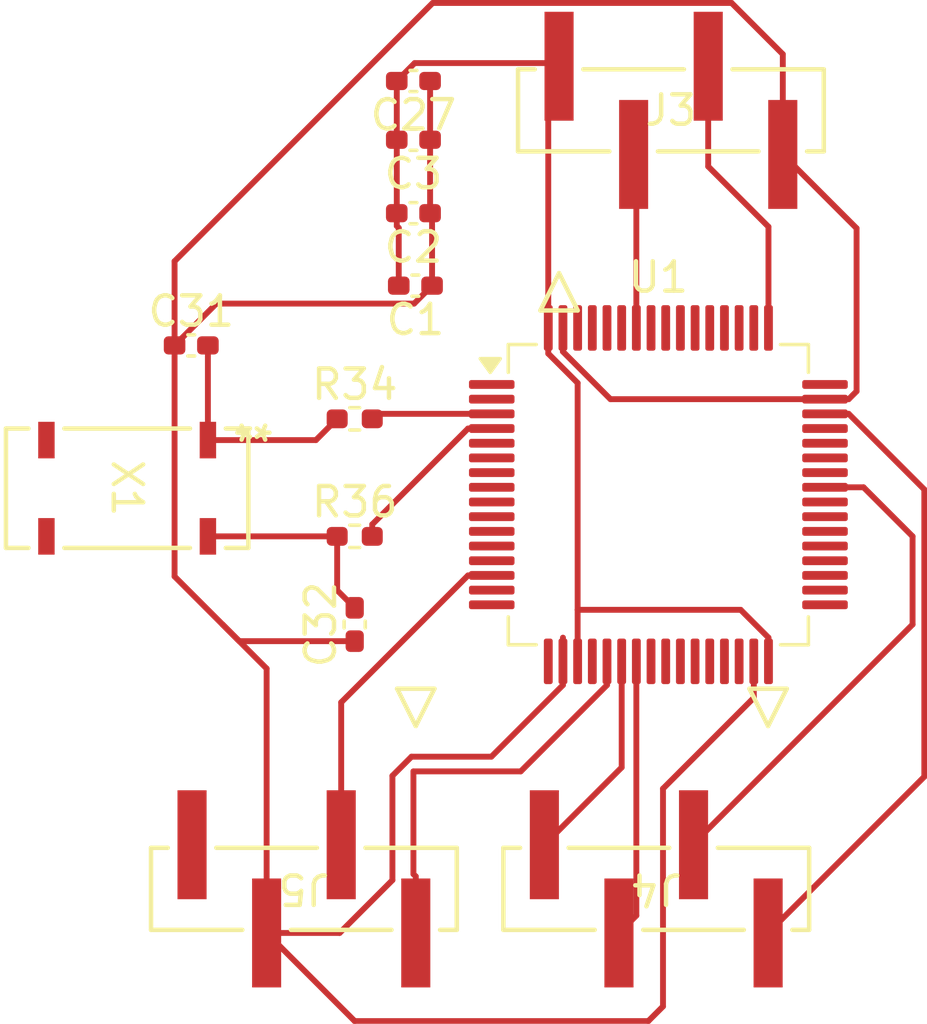
<source format=kicad_pcb>
(kicad_pcb (version 20240108) (generator "pcbnew") (generator_version "8.0")
  (layers (0 "F.Cu" signal) (31 "B.Cu" signal) (34 "B.Paste" user) (35 "F.Paste" user) (36 "B.SilkS" user "B.Silkscreen") (37 "F.SilkS" user "F.Silkscreen") (38 "B.Mask" user) (39 "F.Mask" user) (44 "Edge.Cuts" user))
  (net 0 "")
  (net 1 "GND")
  (net 2 "Net-(C31-Pad2)")
  (net 3 "Net-(C32-Pad2)")
  (net 4 "/GPIO_EXTIO")
  (net 5 "/SCK")
  (net 6 "/TX_TP")
  (net 7 "/MISO")
  (net 8 "/MOSI")
  (net 9 "/SWDIO")
  (net 10 "/SWCLK")
  (net 11 "/SPI1_NSS")
  (net 12 "Net-(U1-PC14)")
  (net 13 "Net-(U1-PC15)")
  (net 63 "/<NO NET>")
  (footprint "SMD Header:61000418221_WRE" (layer "F.Cu") (at 145.27 77.498601)
    (property "Reference" "J3" (at 0 0 0) (layer "F.SilkS"))
    (property "Value" "61000418221")
    (fp_line (start -5.207 -1.397) (end -5.207 1.397) (stroke (width 0.1524)) (layer "F.SilkS"))
    (fp_line (start -5.207 1.397) (end -2.09804 1.397) (stroke (width 0.1524)) (layer "F.SilkS"))
    (fp_line (start -4.63804 -1.397) (end -5.207 -1.397) (stroke (width 0.1524)) (layer "F.SilkS"))
    (fp_line (start -4.445 6.812539) (end -3.175 6.812539) (stroke (width 0.1524)) (layer "F.SilkS"))
    (fp_line (start -3.81 5.542539) (end -4.445 6.812539) (stroke (width 0.1524)) (layer "F.SilkS"))
    (fp_line (start -3.175 6.812539) (end -3.81 5.542539) (stroke (width 0.1524)) (layer "F.SilkS"))
    (fp_line (start -0.44196 1.397) (end 2.98196 1.397) (stroke (width 0.1524)) (layer "F.SilkS"))
    (fp_line (start 0.44196 -1.397) (end -2.98196 -1.397) (stroke (width 0.1524)) (layer "F.SilkS"))
    (fp_line (start 4.63804 1.397) (end 5.207 1.397) (stroke (width 0.1524)) (layer "F.SilkS"))
    (fp_line (start 5.207 -1.397) (end 2.09804 -1.397) (stroke (width 0.1524)) (layer "F.SilkS"))
    (fp_line (start 5.207 1.397) (end 5.207 -1.397) (stroke (width 0.1524)) (layer "F.SilkS"))
    (pad "1" smd rect (at -3.81 -1.501399) (size 0.9906 3.7084) (layers "F.Cu" "F.Paste" "F.Mask") (net 63 "/<NO NET>"))
    (pad "2" smd rect (at -1.27 1.501399) (size 0.9906 3.7084) (layers "F.Cu" "F.Paste" "F.Mask") (net 11 "/SPI1_NSS"))
    (pad "3" smd rect (at 1.27 -1.501399) (size 0.9906 3.7084) (layers "F.Cu" "F.Paste" "F.Mask") (net 10 "/SWCLK"))
    (pad "4" smd rect (at 3.81 1.501399) (size 0.9906 3.7084) (layers "F.Cu" "F.Paste" "F.Mask") (net 1 "GND"))
  )
  (footprint "Capacitor_SMD:C_0402_1005Metric_Pad0.74x0.62mm_HandSolder" (layer "F.Cu") (at 136.5 76.5 180)
    (property "Reference" "C27" (at 0 -1.16 180) (layer "F.SilkS"))
    (property "Value" "100n")
    (fp_line (start -0.115835 0.36) (end 0.115835 0.36) (stroke (width 0.12)) (layer "F.SilkS"))
    (fp_line (start -0.115835 -0.36) (end 0.115835 -0.36) (stroke (width 0.12)) (layer "F.SilkS"))
    (pad "1" smd roundrect (at -0.5675 0 180) (size 0.735 0.62) (layers "F.Cu" "F.Paste" "F.Mask") (net 1 "GND"))
    (pad "2" smd roundrect (at 0.5675 0 180) (size 0.735 0.62) (layers "F.Cu" "F.Paste" "F.Mask") (net 63 "/<NO NET>"))
  )
  (footprint "Resistor_SMD:R_0402_1005Metric_Pad0.72x0.64mm_HandSolder" (layer "F.Cu") (at 134.5 92)
    (property "Reference" "R36" (at 0 -1.17 0) (layer "F.SilkS"))
    (property "Value" "0")
    (fp_line (start -0.167621 -0.38) (end 0.167621 -0.38) (stroke (width 0.12)) (layer "F.SilkS"))
    (fp_line (start -0.167621 0.38) (end 0.167621 0.38) (stroke (width 0.12)) (layer "F.SilkS"))
    (pad "1" smd roundrect (at -0.5975 0) (size 0.715 0.64) (layers "F.Cu" "F.Paste" "F.Mask") (net 3 "Net-(C32-Pad2)"))
    (pad "2" smd roundrect (at 0.5975 0) (size 0.715 0.64) (layers "F.Cu" "F.Paste" "F.Mask") (net 13 "Net-(U1-PC15)"))
  )
  (footprint "SMD Header:61000418221_WRE" (layer "F.Cu") (at 132.77 103.998601 180)
    (property "Reference" "J5" (at 0 0 180) (layer "F.SilkS"))
    (property "Value" "61000418221")
    (fp_line (start 5.207 1.397) (end 5.207 -1.397) (stroke (width 0.1524)) (layer "F.SilkS"))
    (fp_line (start 5.207 -1.397) (end 2.09804 -1.397) (stroke (width 0.1524)) (layer "F.SilkS"))
    (fp_line (start 4.63804 1.397) (end 5.207 1.397) (stroke (width 0.1524)) (layer "F.SilkS"))
    (fp_line (start 0.44196 -1.397) (end -2.98196 -1.397) (stroke (width 0.1524)) (layer "F.SilkS"))
    (fp_line (start -0.44196 1.397) (end 2.98196 1.397) (stroke (width 0.1524)) (layer "F.SilkS"))
    (fp_line (start -3.175 6.812539) (end -3.81 5.542539) (stroke (width 0.1524)) (layer "F.SilkS"))
    (fp_line (start -3.81 5.542539) (end -4.445 6.812539) (stroke (width 0.1524)) (layer "F.SilkS"))
    (fp_line (start -4.445 6.812539) (end -3.175 6.812539) (stroke (width 0.1524)) (layer "F.SilkS"))
    (fp_line (start -4.63804 -1.397) (end -5.207 -1.397) (stroke (width 0.1524)) (layer "F.SilkS"))
    (fp_line (start -5.207 1.397) (end -2.09804 1.397) (stroke (width 0.1524)) (layer "F.SilkS"))
    (fp_line (start -5.207 -1.397) (end -5.207 1.397) (stroke (width 0.1524)) (layer "F.SilkS"))
    (pad "1" smd rect (at -3.81 -1.501399 180) (size 0.9906 3.7084) (layers "F.Cu" "F.Paste" "F.Mask") (net 5 "/SCK"))
    (pad "2" smd rect (at -1.27 1.501399 180) (size 0.9906 3.7084) (layers "F.Cu" "F.Paste" "F.Mask") (net 4 "/GPIO_EXTIO"))
    (pad "3" smd rect (at 1.27 -1.501399 180) (size 0.9906 3.7084) (layers "F.Cu" "F.Paste" "F.Mask") (net 1 "GND"))
    (pad "4" smd rect (at 3.81 1.501399 180) (size 0.9906 3.7084) (layers "F.Cu" "F.Paste" "F.Mask"))
  )
  (footprint "Capacitor_SMD:C_0402_1005Metric_Pad0.74x0.62mm_HandSolder" (layer "F.Cu") (at 128.9325 85.5)
    (property "Reference" "C31" (at 0 -1.16 0) (layer "F.SilkS"))
    (property "Value" "4.3p")
    (fp_line (start -0.115835 -0.36) (end 0.115835 -0.36) (stroke (width 0.12)) (layer "F.SilkS"))
    (fp_line (start -0.115835 0.36) (end 0.115835 0.36) (stroke (width 0.12)) (layer "F.SilkS"))
    (pad "1" smd roundrect (at -0.5675 0) (size 0.735 0.62) (layers "F.Cu" "F.Paste" "F.Mask") (net 1 "GND"))
    (pad "2" smd roundrect (at 0.5675 0) (size 0.735 0.62) (layers "F.Cu" "F.Paste" "F.Mask") (net 2 "Net-(C31-Pad2)"))
  )
  (footprint "Capacitor_SMD:C_0402_1005Metric_Pad0.74x0.62mm_HandSolder" (layer "F.Cu") (at 136.5 81 180)
    (property "Reference" "C2" (at 0 -1.16 180) (layer "F.SilkS"))
    (property "Value" "100n")
    (fp_line (start -0.115835 0.36) (end 0.115835 0.36) (stroke (width 0.12)) (layer "F.SilkS"))
    (fp_line (start -0.115835 -0.36) (end 0.115835 -0.36) (stroke (width 0.12)) (layer "F.SilkS"))
    (pad "1" smd roundrect (at -0.5675 0 180) (size 0.735 0.62) (layers "F.Cu" "F.Paste" "F.Mask") (net 1 "GND"))
    (pad "2" smd roundrect (at 0.5675 0 180) (size 0.735 0.62) (layers "F.Cu" "F.Paste" "F.Mask") (net 63 "/<NO NET>"))
  )
  (footprint "Capacitor_SMD:C_0402_1005Metric_Pad0.74x0.62mm_HandSolder" (layer "F.Cu") (at 136.5 78.5 180)
    (property "Reference" "C3" (at 0 -1.16 180) (layer "F.SilkS"))
    (property "Value" "100n")
    (fp_line (start -0.115835 0.36) (end 0.115835 0.36) (stroke (width 0.12)) (layer "F.SilkS"))
    (fp_line (start -0.115835 -0.36) (end 0.115835 -0.36) (stroke (width 0.12)) (layer "F.SilkS"))
    (pad "1" smd roundrect (at -0.5675 0 180) (size 0.735 0.62) (layers "F.Cu" "F.Paste" "F.Mask") (net 1 "GND"))
    (pad "2" smd roundrect (at 0.5675 0 180) (size 0.735 0.62) (layers "F.Cu" "F.Paste" "F.Mask") (net 63 "/<NO NET>"))
  )
  (footprint "Package_QFP:LQFP-64_10x10mm_P0.5mm" (layer "F.Cu") (at 144.8425 90.58)
    (property "Reference" "U1" (at 0 -7.4 0) (layer "F.SilkS"))
    (property "Value" "STM32L476RGTx")
    (fp_line (start -5.11 -5.11) (end -5.11 -4.16) (stroke (width 0.12)) (layer "F.SilkS"))
    (fp_line (start -5.11 5.11) (end -5.11 4.16) (stroke (width 0.12)) (layer "F.SilkS"))
    (fp_line (start -4.16 -5.11) (end -5.11 -5.11) (stroke (width 0.12)) (layer "F.SilkS"))
    (fp_line (start -4.16 5.11) (end -5.11 5.11) (stroke (width 0.12)) (layer "F.SilkS"))
    (fp_line (start 4.16 -5.11) (end 5.11 -5.11) (stroke (width 0.12)) (layer "F.SilkS"))
    (fp_line (start 4.16 5.11) (end 5.11 5.11) (stroke (width 0.12)) (layer "F.SilkS"))
    (fp_line (start 5.11 -5.11) (end 5.11 -4.16) (stroke (width 0.12)) (layer "F.SilkS"))
    (fp_line (start 5.11 5.11) (end 5.11 4.16) (stroke (width 0.12)) (layer "F.SilkS"))
    (fp_poly (pts (xy -5.725 -4.16) (xy -6.065 -4.63) (xy -5.385 -4.63) (xy -5.725 -4.16)) (stroke (width 0.12)) (fill solid) (layer "F.SilkS"))
    (pad "1" smd roundrect (at -5.675 -3.75) (size 1.55 0.3) (layers "F.Cu" "F.Paste" "F.Mask"))
    (pad "2" smd roundrect (at -5.675 -3.25) (size 1.55 0.3) (layers "F.Cu" "F.Paste" "F.Mask"))
    (pad "3" smd roundrect (at -5.675 -2.75) (size 1.55 0.3) (layers "F.Cu" "F.Paste" "F.Mask") (net 12 "Net-(U1-PC14)"))
    (pad "4" smd roundrect (at -5.675 -2.25) (size 1.55 0.3) (layers "F.Cu" "F.Paste" "F.Mask") (net 13 "Net-(U1-PC15)"))
    (pad "5" smd roundrect (at -5.675 -1.75) (size 1.55 0.3) (layers "F.Cu" "F.Paste" "F.Mask"))
    (pad "6" smd roundrect (at -5.675 -1.25) (size 1.55 0.3) (layers "F.Cu" "F.Paste" "F.Mask"))
    (pad "7" smd roundrect (at -5.675 -0.75) (size 1.55 0.3) (layers "F.Cu" "F.Paste" "F.Mask"))
    (pad "8" smd roundrect (at -5.675 -0.25) (size 1.55 0.3) (layers "F.Cu" "F.Paste" "F.Mask"))
    (pad "9" smd roundrect (at -5.675 0.25) (size 1.55 0.3) (layers "F.Cu" "F.Paste" "F.Mask"))
    (pad "10" smd roundrect (at -5.675 0.75) (size 1.55 0.3) (layers "F.Cu" "F.Paste" "F.Mask"))
    (pad "11" smd roundrect (at -5.675 1.25) (size 1.55 0.3) (layers "F.Cu" "F.Paste" "F.Mask"))
    (pad "12" smd roundrect (at -5.675 1.75) (size 1.55 0.3) (layers "F.Cu" "F.Paste" "F.Mask"))
    (pad "13" smd roundrect (at -5.675 2.25) (size 1.55 0.3) (layers "F.Cu" "F.Paste" "F.Mask"))
    (pad "14" smd roundrect (at -5.675 2.75) (size 1.55 0.3) (layers "F.Cu" "F.Paste" "F.Mask") (net 4 "/GPIO_EXTIO"))
    (pad "15" smd roundrect (at -5.675 3.25) (size 1.55 0.3) (layers "F.Cu" "F.Paste" "F.Mask"))
    (pad "16" smd roundrect (at -5.675 3.75) (size 1.55 0.3) (layers "F.Cu" "F.Paste" "F.Mask"))
    (pad "17" smd roundrect (at -3.75 5.675) (size 0.3 1.55) (layers "F.Cu" "F.Paste" "F.Mask"))
    (pad "18" smd roundrect (at -3.25 5.675) (size 0.3 1.55) (layers "F.Cu" "F.Paste" "F.Mask") (net 1 "GND"))
    (pad "19" smd roundrect (at -2.75 5.675) (size 0.3 1.55) (layers "F.Cu" "F.Paste" "F.Mask") (net 63 "/<NO NET>"))
    (pad "20" smd roundrect (at -2.25 5.675) (size 0.3 1.55) (layers "F.Cu" "F.Paste" "F.Mask"))
    (pad "21" smd roundrect (at -1.75 5.675) (size 0.3 1.55) (layers "F.Cu" "F.Paste" "F.Mask") (net 5 "/SCK"))
    (pad "22" smd roundrect (at -1.25 5.675) (size 0.3 1.55) (layers "F.Cu" "F.Paste" "F.Mask") (net 7 "/MISO"))
    (pad "23" smd roundrect (at -0.75 5.675) (size 0.3 1.55) (layers "F.Cu" "F.Paste" "F.Mask") (net 8 "/MOSI"))
    (pad "24" smd roundrect (at -0.25 5.675) (size 0.3 1.55) (layers "F.Cu" "F.Paste" "F.Mask"))
    (pad "25" smd roundrect (at 0.25 5.675) (size 0.3 1.55) (layers "F.Cu" "F.Paste" "F.Mask"))
    (pad "26" smd roundrect (at 0.75 5.675) (size 0.3 1.55) (layers "F.Cu" "F.Paste" "F.Mask"))
    (pad "27" smd roundrect (at 1.25 5.675) (size 0.3 1.55) (layers "F.Cu" "F.Paste" "F.Mask"))
    (pad "28" smd roundrect (at 1.75 5.675) (size 0.3 1.55) (layers "F.Cu" "F.Paste" "F.Mask"))
    (pad "29" smd roundrect (at 2.25 5.675) (size 0.3 1.55) (layers "F.Cu" "F.Paste" "F.Mask"))
    (pad "30" smd roundrect (at 2.75 5.675) (size 0.3 1.55) (layers "F.Cu" "F.Paste" "F.Mask"))
    (pad "31" smd roundrect (at 3.25 5.675) (size 0.3 1.55) (layers "F.Cu" "F.Paste" "F.Mask") (net 1 "GND"))
    (pad "32" smd roundrect (at 3.75 5.675) (size 0.3 1.55) (layers "F.Cu" "F.Paste" "F.Mask") (net 63 "/<NO NET>"))
    (pad "33" smd roundrect (at 5.675 3.75) (size 1.55 0.3) (layers "F.Cu" "F.Paste" "F.Mask"))
    (pad "34" smd roundrect (at 5.675 3.25) (size 1.55 0.3) (layers "F.Cu" "F.Paste" "F.Mask"))
    (pad "35" smd roundrect (at 5.675 2.75) (size 1.55 0.3) (layers "F.Cu" "F.Paste" "F.Mask"))
    (pad "36" smd roundrect (at 5.675 2.25) (size 1.55 0.3) (layers "F.Cu" "F.Paste" "F.Mask"))
    (pad "37" smd roundrect (at 5.675 1.75) (size 1.55 0.3) (layers "F.Cu" "F.Paste" "F.Mask"))
    (pad "38" smd roundrect (at 5.675 1.25) (size 1.55 0.3) (layers "F.Cu" "F.Paste" "F.Mask"))
    (pad "39" smd roundrect (at 5.675 0.75) (size 1.55 0.3) (layers "F.Cu" "F.Paste" "F.Mask"))
    (pad "40" smd roundrect (at 5.675 0.25) (size 1.55 0.3) (layers "F.Cu" "F.Paste" "F.Mask"))
    (pad "41" smd roundrect (at 5.675 -0.25) (size 1.55 0.3) (layers "F.Cu" "F.Paste" "F.Mask") (net 6 "/TX_TP"))
    (pad "42" smd roundrect (at 5.675 -0.75) (size 1.55 0.3) (layers "F.Cu" "F.Paste" "F.Mask"))
    (pad "43" smd roundrect (at 5.675 -1.25) (size 1.55 0.3) (layers "F.Cu" "F.Paste" "F.Mask"))
    (pad "44" smd roundrect (at 5.675 -1.75) (size 1.55 0.3) (layers "F.Cu" "F.Paste" "F.Mask"))
    (pad "45" smd roundrect (at 5.675 -2.25) (size 1.55 0.3) (layers "F.Cu" "F.Paste" "F.Mask"))
    (pad "46" smd roundrect (at 5.675 -2.75) (size 1.55 0.3) (layers "F.Cu" "F.Paste" "F.Mask") (net 9 "/SWDIO"))
    (pad "47" smd roundrect (at 5.675 -3.25) (size 1.55 0.3) (layers "F.Cu" "F.Paste" "F.Mask") (net 1 "GND"))
    (pad "48" smd roundrect (at 5.675 -3.75) (size 1.55 0.3) (layers "F.Cu" "F.Paste" "F.Mask"))
    (pad "49" smd roundrect (at 3.75 -5.675) (size 0.3 1.55) (layers "F.Cu" "F.Paste" "F.Mask") (net 10 "/SWCLK"))
    (pad "50" smd roundrect (at 3.25 -5.675) (size 0.3 1.55) (layers "F.Cu" "F.Paste" "F.Mask"))
    (pad "51" smd roundrect (at 2.75 -5.675) (size 0.3 1.55) (layers "F.Cu" "F.Paste" "F.Mask"))
    (pad "52" smd roundrect (at 2.25 -5.675) (size 0.3 1.55) (layers "F.Cu" "F.Paste" "F.Mask"))
    (pad "53" smd roundrect (at 1.75 -5.675) (size 0.3 1.55) (layers "F.Cu" "F.Paste" "F.Mask"))
    (pad "54" smd roundrect (at 1.25 -5.675) (size 0.3 1.55) (layers "F.Cu" "F.Paste" "F.Mask"))
    (pad "55" smd roundrect (at 0.75 -5.675) (size 0.3 1.55) (layers "F.Cu" "F.Paste" "F.Mask"))
    (pad "56" smd roundrect (at 0.25 -5.675) (size 0.3 1.55) (layers "F.Cu" "F.Paste" "F.Mask"))
    (pad "57" smd roundrect (at -0.25 -5.675) (size 0.3 1.55) (layers "F.Cu" "F.Paste" "F.Mask"))
    (pad "58" smd roundrect (at -0.75 -5.675) (size 0.3 1.55) (layers "F.Cu" "F.Paste" "F.Mask") (net 11 "/SPI1_NSS"))
    (pad "59" smd roundrect (at -1.25 -5.675) (size 0.3 1.55) (layers "F.Cu" "F.Paste" "F.Mask"))
    (pad "60" smd roundrect (at -1.75 -5.675) (size 0.3 1.55) (layers "F.Cu" "F.Paste" "F.Mask"))
    (pad "61" smd roundrect (at -2.25 -5.675) (size 0.3 1.55) (layers "F.Cu" "F.Paste" "F.Mask"))
    (pad "62" smd roundrect (at -2.75 -5.675) (size 0.3 1.55) (layers "F.Cu" "F.Paste" "F.Mask"))
    (pad "63" smd roundrect (at -3.25 -5.675) (size 0.3 1.55) (layers "F.Cu" "F.Paste" "F.Mask") (net 1 "GND"))
    (pad "64" smd roundrect (at -3.75 -5.675) (size 0.3 1.55) (layers "F.Cu" "F.Paste" "F.Mask") (net 63 "/<NO NET>"))
  )
  (footprint "Resistor_SMD:R_0402_1005Metric_Pad0.72x0.64mm_HandSolder" (layer "F.Cu") (at 134.5 88)
    (property "Reference" "R34" (at 0 -1.17 0) (layer "F.SilkS"))
    (property "Value" "0")
    (fp_line (start -0.167621 -0.38) (end 0.167621 -0.38) (stroke (width 0.12)) (layer "F.SilkS"))
    (fp_line (start -0.167621 0.38) (end 0.167621 0.38) (stroke (width 0.12)) (layer "F.SilkS"))
    (pad "1" smd roundrect (at -0.5975 0) (size 0.715 0.64) (layers "F.Cu" "F.Paste" "F.Mask") (net 2 "Net-(C31-Pad2)"))
    (pad "2" smd roundrect (at 0.5975 0) (size 0.715 0.64) (layers "F.Cu" "F.Paste" "F.Mask") (net 12 "Net-(U1-PC14)"))
  )
  (footprint "SMD Header:61000418221_WRE" (layer "F.Cu") (at 144.77 103.998601 180)
    (property "Reference" "J4" (at 0 0 180) (layer "F.SilkS"))
    (property "Value" "61000418221")
    (fp_line (start 5.207 1.397) (end 5.207 -1.397) (stroke (width 0.1524)) (layer "F.SilkS"))
    (fp_line (start 5.207 -1.397) (end 2.09804 -1.397) (stroke (width 0.1524)) (layer "F.SilkS"))
    (fp_line (start 4.63804 1.397) (end 5.207 1.397) (stroke (width 0.1524)) (layer "F.SilkS"))
    (fp_line (start 0.44196 -1.397) (end -2.98196 -1.397) (stroke (width 0.1524)) (layer "F.SilkS"))
    (fp_line (start -0.44196 1.397) (end 2.98196 1.397) (stroke (width 0.1524)) (layer "F.SilkS"))
    (fp_line (start -3.175 6.812539) (end -3.81 5.542539) (stroke (width 0.1524)) (layer "F.SilkS"))
    (fp_line (start -3.81 5.542539) (end -4.445 6.812539) (stroke (width 0.1524)) (layer "F.SilkS"))
    (fp_line (start -4.445 6.812539) (end -3.175 6.812539) (stroke (width 0.1524)) (layer "F.SilkS"))
    (fp_line (start -4.63804 -1.397) (end -5.207 -1.397) (stroke (width 0.1524)) (layer "F.SilkS"))
    (fp_line (start -5.207 1.397) (end -2.09804 1.397) (stroke (width 0.1524)) (layer "F.SilkS"))
    (fp_line (start -5.207 -1.397) (end -5.207 1.397) (stroke (width 0.1524)) (layer "F.SilkS"))
    (pad "1" smd rect (at -3.81 -1.501399 180) (size 0.9906 3.7084) (layers "F.Cu" "F.Paste" "F.Mask") (net 9 "/SWDIO"))
    (pad "2" smd rect (at -1.27 1.501399 180) (size 0.9906 3.7084) (layers "F.Cu" "F.Paste" "F.Mask") (net 6 "/TX_TP"))
    (pad "3" smd rect (at 1.27 -1.501399 180) (size 0.9906 3.7084) (layers "F.Cu" "F.Paste" "F.Mask") (net 8 "/MOSI"))
    (pad "4" smd rect (at 3.81 1.501399 180) (size 0.9906 3.7084) (layers "F.Cu" "F.Paste" "F.Mask") (net 7 "/MISO"))
  )
  (footprint "Crystal:X_ABS25_ABR" (layer "F.Cu") (at 126.75 90.3617 -90)
    (property "Reference" "X1" (at 0 0 -90) (layer "F.SilkS"))
    (property "Value" "ABS25-32.768KHZ-6-T")
    (fp_line (start -2.032 4.1275) (end 2.032 4.1275) (stroke (width 0.1524)) (layer "F.SilkS"))
    (fp_line (start 2.032 4.1275) (end 2.032 3.36214) (stroke (width 0.1524)) (layer "F.SilkS"))
    (fp_line (start -2.032 3.36214) (end -2.032 4.1275) (stroke (width 0.1524)) (layer "F.SilkS"))
    (fp_line (start 2.032 2.13786) (end 2.032 -2.13786) (stroke (width 0.1524)) (layer "F.SilkS"))
    (fp_line (start -2.032 -2.13786) (end -2.032 2.13786) (stroke (width 0.1524)) (layer "F.SilkS"))
    (fp_line (start 2.032 -3.36214) (end 2.032 -4.1275) (stroke (width 0.1524)) (layer "F.SilkS"))
    (fp_line (start -2.032 -4.1275) (end -2.032 -3.36214) (stroke (width 0.1524)) (layer "F.SilkS"))
    (fp_line (start 2.032 -4.1275) (end -2.032 -4.1275) (stroke (width 0.1524)) (layer "F.SilkS"))
    (fp_text user "*" (at -1.8923 -4.2994 -90) (layer "F.SilkS"))
    (fp_text user "*" (at -1.8923 -4.2994 -90) (layer "F.SilkS"))
    (pad "1" smd rect (at -1.6383 -2.75 270) (size 1.2446 0.5588) (layers "F.Cu" "F.Paste" "F.Mask") (net 2 "Net-(C31-Pad2)"))
    (pad "2" smd rect (at -1.6383 2.75 270) (size 1.2446 0.5588) (layers "F.Cu" "F.Paste" "F.Mask"))
    (pad "3" smd rect (at 1.6383 2.75 270) (size 1.2446 0.5588) (layers "F.Cu" "F.Paste" "F.Mask"))
    (pad "4" smd rect (at 1.6383 -2.75 270) (size 1.2446 0.5588) (layers "F.Cu" "F.Paste" "F.Mask") (net 3 "Net-(C32-Pad2)"))
  )
  (footprint "Capacitor_SMD:C_0402_1005Metric_Pad0.74x0.62mm_HandSolder" (layer "F.Cu") (at 134.5 95 90)
    (property "Reference" "C32" (at 0 -1.16 270) (layer "F.SilkS"))
    (property "Value" "4.3p")
    (fp_line (start -0.115835 -0.36) (end 0.115835 -0.36) (stroke (width 0.12)) (layer "F.SilkS"))
    (fp_line (start -0.115835 0.36) (end 0.115835 0.36) (stroke (width 0.12)) (layer "F.SilkS"))
    (pad "1" smd roundrect (at -0.5675 0 90) (size 0.735 0.62) (layers "F.Cu" "F.Paste" "F.Mask") (net 1 "GND"))
    (pad "2" smd roundrect (at 0.5675 0 90) (size 0.735 0.62) (layers "F.Cu" "F.Paste" "F.Mask") (net 3 "Net-(C32-Pad2)"))
  )
  (footprint "Capacitor_SMD:C_0402_1005Metric_Pad0.74x0.62mm_HandSolder" (layer "F.Cu") (at 136.5675 83.46625 180)
    (property "Reference" "C1" (at 0 -1.16 180) (layer "F.SilkS"))
    (property "Value" "100n")
    (fp_line (start -0.115835 0.36) (end 0.115835 0.36) (stroke (width 0.12)) (layer "F.SilkS"))
    (fp_line (start -0.115835 -0.36) (end 0.115835 -0.36) (stroke (width 0.12)) (layer "F.SilkS"))
    (pad "1" smd roundrect (at -0.5675 0 180) (size 0.735 0.62) (layers "F.Cu" "F.Paste" "F.Mask") (net 1 "GND"))
    (pad "2" smd roundrect (at 0.5675 0 180) (size 0.735 0.62) (layers "F.Cu" "F.Paste" "F.Mask") (net 63 "/<NO NET>"))
  )
  (segment (start 130 95) (end 130.5 95.5) (width 0.2) (layer "F.Cu") (net 1))
  (segment (start 137.0675 81) (end 137.0675 78.5) (width 0.2) (layer "F.Cu") (net 1))
  (segment (start 135.7847 100.149615) (end 135.7847 103.702002) (width 0.2) (layer "F.Cu") (net 1))
  (segment (start 151.5925 87.06241) (end 151.32491 87.33) (width 0.2) (layer "F.Cu") (net 1))
  (segment (start 148.0925 96.255) (end 148.0925 97.495202) (width 0.2) (layer "F.Cu") (net 1))
  (segment (start 151.32491 87.33) (end 150.5175 87.33) (width 0.2) (layer "F.Cu") (net 1))
  (segment (start 128.365 93.365) (end 130 95) (width 0.2) (layer "F.Cu") (net 1))
  (segment (start 136.525 84.07625) (end 137.135 83.46625) (width 0.2) (layer "F.Cu") (net 1))
  (segment (start 129.78875 84.07625) (end 136.525 84.07625) (width 0.2) (layer "F.Cu") (net 1))
  (segment (start 145 108) (end 144.5 108.5) (width 0.2) (layer "F.Cu") (net 1))
  (segment (start 145 100.587702) (end 145 108) (width 0.2) (layer "F.Cu") (net 1))
  (segment (start 141.5925 96.255) (end 141.5925 97.06241) (width 0.2) (layer "F.Cu") (net 1))
  (segment (start 141.5925 95.44759) (end 141.5925 96.255) (width 0.2) (layer "F.Cu") (net 1))
  (segment (start 139.15491 99.5) (end 136.434315 99.5) (width 0.2) (layer "F.Cu") (net 1))
  (segment (start 130.5 95.5) (end 130.5675 95.5675) (width 0.2) (layer "F.Cu") (net 1))
  (segment (start 134.5 108.5) (end 131.5 105.5) (width 0.2) (layer "F.Cu") (net 1))
  (segment (start 148.0925 97.495202) (end 145 100.587702) (width 0.2) (layer "F.Cu") (net 1))
  (segment (start 131.5 96.5) (end 130 95) (width 0.2) (layer "F.Cu") (net 1))
  (segment (start 130.5675 95.5675) (end 134.5 95.5675) (width 0.2) (layer "F.Cu") (net 1))
  (segment (start 141.5925 84.905) (end 141.5925 85.71241) (width 0.2) (layer "F.Cu") (net 1))
  (segment (start 136.434315 99.5) (end 135.7847 100.149615) (width 0.2) (layer "F.Cu") (net 1))
  (segment (start 128.365 85.5) (end 129.78875 84.07625) (width 0.2) (layer "F.Cu") (net 1))
  (segment (start 144.5 108.5) (end 134.5 108.5) (width 0.2) (layer "F.Cu") (net 1))
  (segment (start 128.365 82.635) (end 128.365 85.5) (width 0.2) (layer "F.Cu") (net 1))
  (segment (start 151.5925 81.5125) (end 151.5925 87.06241) (width 0.2) (layer "F.Cu") (net 1))
  (segment (start 141.5925 85.71241) (end 143.21009 87.33) (width 0.2) (layer "F.Cu") (net 1))
  (segment (start 137.135 81.0675) (end 137.0675 81) (width 0.2) (layer "F.Cu") (net 1))
  (segment (start 149.08 79) (end 149.08 75.587702) (width 0.2) (layer "F.Cu") (net 1))
  (segment (start 149.08 79) (end 151.5925 81.5125) (width 0.2) (layer "F.Cu") (net 1))
  (segment (start 149.08 75.587702) (end 147.3353 73.843002) (width 0.2) (layer "F.Cu") (net 1))
  (segment (start 137.0675 78.5) (end 137.0675 76.5) (width 0.2) (layer "F.Cu") (net 1))
  (segment (start 137.156998 73.843002) (end 128.365 82.635) (width 0.2) (layer "F.Cu") (net 1))
  (segment (start 128.365 85.5) (end 128.365 93.365) (width 0.2) (layer "F.Cu") (net 1))
  (segment (start 131.5 105.5) (end 131.5 96.5) (width 0.2) (layer "F.Cu") (net 1))
  (segment (start 141.5925 97.06241) (end 139.15491 99.5) (width 0.2) (layer "F.Cu") (net 1))
  (segment (start 147.3353 73.843002) (end 137.156998 73.843002) (width 0.2) (layer "F.Cu") (net 1))
  (segment (start 143.21009 87.33) (end 150.5175 87.33) (width 0.2) (layer "F.Cu") (net 1))
  (segment (start 133.986702 105.5) (end 131.5 105.5) (width 0.2) (layer "F.Cu") (net 1))
  (segment (start 135.7847 103.702002) (end 133.986702 105.5) (width 0.2) (layer "F.Cu") (net 1))
  (segment (start 137.135 83.46625) (end 137.135 81.0675) (width 0.2) (layer "F.Cu") (net 1))
  (segment (start 129.5 85.5) (end 129.5 88.7234) (width 0.2) (layer "F.Cu") (net 2))
  (segment (start 129.5 88.7234) (end 133.1791 88.7234) (width 0.2) (layer "F.Cu") (net 2))
  (segment (start 133.1791 88.7234) (end 133.9025 88) (width 0.2) (layer "F.Cu") (net 2))
  (segment (start 129.5 92) (end 133.9025 92) (width 0.2) (layer "F.Cu") (net 3))
  (segment (start 133.9025 92) (end 133.9025 93.835) (width 0.2) (layer "F.Cu") (net 3))
  (segment (start 133.9025 93.835) (end 134.5 94.4325) (width 0.2) (layer "F.Cu") (net 3))
  (segment (start 134.04 97.65009) (end 138.36009 93.33) (width 0.2) (layer "F.Cu") (net 4))
  (segment (start 138.36009 93.33) (end 139.1675 93.33) (width 0.2) (layer "F.Cu") (net 4))
  (segment (start 134.04 102.497202) (end 134.04 97.65009) (width 0.2) (layer "F.Cu") (net 4))
  (segment (start 136.5 100) (end 140.15491 100) (width 0.2) (layer "F.Cu") (net 5))
  (segment (start 140.15491 100) (end 143.0925 97.06241) (width 0.2) (layer "F.Cu") (net 5))
  (segment (start 136.5 103.49491) (end 136.5 100) (width 0.2) (layer "F.Cu") (net 5))
  (segment (start 136.58 103.57491) (end 136.5 103.49491) (width 0.2) (layer "F.Cu") (net 5))
  (segment (start 143.0925 97.06241) (end 143.0925 96.255) (width 0.2) (layer "F.Cu") (net 5))
  (segment (start 136.58 105.5) (end 136.58 103.57491) (width 0.2) (layer "F.Cu") (net 5))
  (segment (start 151.83 90.33) (end 150.5175 90.33) (width 0.2) (layer "F.Cu") (net 6))
  (segment (start 146.04 102.46) (end 153.5 95) (width 0.2) (layer "F.Cu") (net 6))
  (segment (start 153.5 92) (end 151.83 90.33) (width 0.2) (layer "F.Cu") (net 6))
  (segment (start 146.04 102.497202) (end 146.04 102.46) (width 0.2) (layer "F.Cu") (net 6))
  (segment (start 153.5 95) (end 153.5 92) (width 0.2) (layer "F.Cu") (net 6))
  (segment (start 143.5925 99.864702) (end 143.5925 96.255) (width 0.2) (layer "F.Cu") (net 7))
  (segment (start 140.96 102.497202) (end 143.5925 99.864702) (width 0.2) (layer "F.Cu") (net 7))
  (segment (start 144.0925 104.9075) (end 144.0925 96.255) (width 0.2) (layer "F.Cu") (net 8))
  (segment (start 143.5 105.5) (end 144.0925 104.9075) (width 0.2) (layer "F.Cu") (net 8))
  (segment (start 153.9 90.40509) (end 151.32491 87.83) (width 0.2) (layer "F.Cu") (net 9))
  (segment (start 148.58 105.5) (end 153.9 100.18) (width 0.2) (layer "F.Cu") (net 9))
  (segment (start 151.32491 87.83) (end 150.5175 87.83) (width 0.2) (layer "F.Cu") (net 9))
  (segment (start 153.9 100.18) (end 153.9 90.40509) (width 0.2) (layer "F.Cu") (net 9))
  (segment (start 146.54 75.997202) (end 146.54 79.4095) (width 0.2) (layer "F.Cu") (net 10))
  (segment (start 148.5925 81.462) (end 148.5925 84.905) (width 0.2) (layer "F.Cu") (net 10))
  (segment (start 146.54 79.4095) (end 148.5925 81.462) (width 0.2) (layer "F.Cu") (net 10))
  (segment (start 144 79) (end 144.0925 79.0925) (width 0.2) (layer "F.Cu") (net 11))
  (segment (start 144.0925 79.0925) (end 144.0925 84.905) (width 0.2) (layer "F.Cu") (net 11))
  (segment (start 135.2675 87.83) (end 135.0975 88) (width 0.2) (layer "F.Cu") (net 12))
  (segment (start 139.1675 87.83) (end 135.2675 87.83) (width 0.2) (layer "F.Cu") (net 12))
  (segment (start 135.0975 92) (end 135.0975 91.59259) (width 0.2) (layer "F.Cu") (net 13))
  (segment (start 138.36009 88.33) (end 139.1675 88.33) (width 0.2) (layer "F.Cu") (net 13))
  (segment (start 135.0975 91.59259) (end 138.36009 88.33) (width 0.2) (layer "F.Cu") (net 13))
  (segment (start 136 81.5) (end 136 83.46625) (width 0.2) (layer "F.Cu") (net 63))
  (segment (start 135.9325 81.4325) (end 136 81.5) (width 0.2) (layer "F.Cu") (net 63))
  (segment (start 148.5925 96.255) (end 148.5925 95.44759) (width 0.2) (layer "F.Cu") (net 63))
  (segment (start 141.0925 76.364702) (end 141.0925 84.905) (width 0.2) (layer "F.Cu") (net 63))
  (segment (start 136.5425 75.89) (end 135.9325 76.5) (width 0.2) (layer "F.Cu") (net 63))
  (segment (start 135.9325 78.5) (end 135.9325 81) (width 0.2) (layer "F.Cu") (net 63))
  (segment (start 142.0925 86.778096) (end 142.0925 94.5) (width 0.2) (layer "F.Cu") (net 63))
  (segment (start 141.352798 75.89) (end 136.5425 75.89) (width 0.2) (layer "F.Cu") (net 63))
  (segment (start 135.9325 76.5) (end 135.9325 78.5) (width 0.2) (layer "F.Cu") (net 63))
  (segment (start 141.46 75.997202) (end 141.0925 76.364702) (width 0.2) (layer "F.Cu") (net 63))
  (segment (start 147.64491 94.5) (end 142.0925 94.5) (width 0.2) (layer "F.Cu") (net 63))
  (segment (start 141.46 75.997202) (end 141.352798 75.89) (width 0.2) (layer "F.Cu") (net 63))
  (segment (start 148.5925 95.44759) (end 147.64491 94.5) (width 0.2) (layer "F.Cu") (net 63))
  (segment (start 141.0925 85.778096) (end 142.0925 86.778096) (width 0.2) (layer "F.Cu") (net 63))
  (segment (start 141.0925 84.905) (end 141.0925 85.778096) (width 0.2) (layer "F.Cu") (net 63))
  (segment (start 142.0925 94.5) (end 142.0925 96.255) (width 0.2) (layer "F.Cu") (net 63))
  (segment (start 135.9325 81) (end 135.9325 81.4325) (width 0.2) (layer "F.Cu") (net 63))
)
</source>
